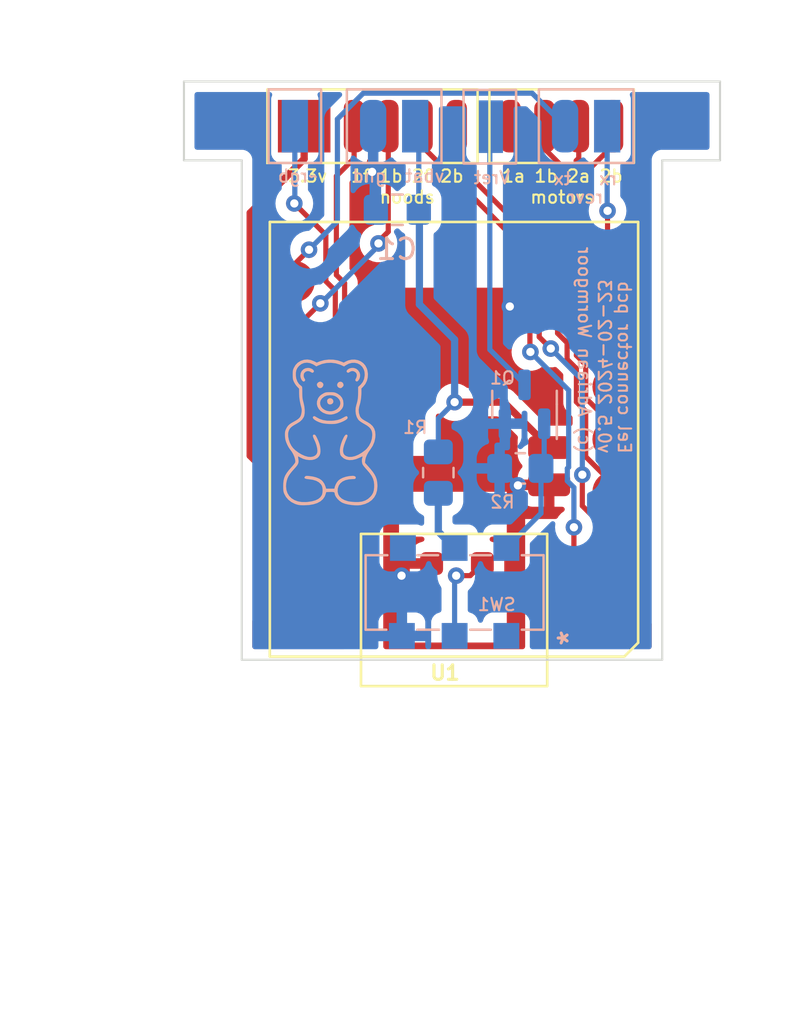
<source format=kicad_pcb>
(kicad_pcb (version 20211014) (generator pcbnew)
  (title_block (comment 4 "AISLER Project ID: EORBQBEY"))
  (layers (0 "F.Cu" signal) (31 "B.Cu" signal) (34 "B.Paste" user) (35 "F.Paste" user) (36 "B.SilkS" user "B.Silkscreen") (37 "F.SilkS" user "F.Silkscreen") (38 "B.Mask" user) (39 "F.Mask" user) (44 "Edge.Cuts" user))
  (net 0 "")
  (net 1 "GND")
  (net 2 "V_RET")
  (net 3 "EN")
  (net 4 "+BATT")
  (net 5 "NEOPIXEL_DATA")
  (net 7 "motor2_2")
  (net 8 "motor2_1")
  (net 9 "motor1_2")
  (net 10 "motor1_1")
  (net 11 "XIAO_TX")
  (net 12 "XIAO_RX")
  (net 13 "nood1_2_sig")
  (net 14 "nood1_1_sig")
  (net 15 "nood2_2_sig")
  (net 16 "nood2_1_sig")
  (net 17 "+3V3")
  (net 18 "Net-(R1-Pad2)")
  (net 21 "Net-(R2-Pad2)")
  (footprint "xiao esp32c3:MOUDLE14P-SMD-2.54-21X17.8MM" (layer "F.Cu") (at 103.866 88.0677 180)
    (fp_text reference "U1" (at 9.3345 -21.7805 180) (layer "F.SilkS") (effects (font (size 0.7 0.7))))
    (fp_text value "XIAO-ESP32C3")
    (fp_line (start 0.671541 -21) (end 0 -20.3285) (layer "F.SilkS") (width 0.127))
    (fp_line (start 0 -20.3285) (end 0 0) (layer "F.SilkS") (width 0.127))
    (fp_line (start 4.4 -22.424) (end 13.395 -22.424) (layer "F.SilkS") (width 0.127))
    (fp_line (start 13.395 -22.424) (end 13.395 -15.072) (layer "F.SilkS") (width 0.127))
    (fp_line (start 17.8 -21) (end 0.671541 -21) (layer "F.SilkS") (width 0.127))
    (fp_line (start 4.396 -15.072) (end 4.396 -22.425) (layer "F.SilkS") (width 0.127))
    (fp_line (start 13.395 -15.072) (end 4.396 -15.072) (layer "F.SilkS") (width 0.127))
    (fp_line (start 17.8 0) (end 17.8 -21) (layer "F.SilkS") (width 0.127))
    (fp_line (start 0 0) (end 17.8 0) (layer "F.SilkS") (width 0.127))
    (pad "1" smd roundrect (at 0.835 -18.12 180) (size 2.75 2) (layers "F.Cu" "F.Paste" "F.Mask") (roundrect_rratio 0.5) (net 13 "nood1_2_sig"))
    (pad "2" smd roundrect (at 0.835 -15.58 180) (size 2.75 2) (layers "F.Cu" "F.Paste" "F.Mask") (roundrect_rratio 0.5) (net 14 "nood1_1_sig"))
    (pad "3" smd roundrect (at 0.835 -13.04 180) (size 2.75 2) (layers "F.Cu" "F.Paste" "F.Mask") (roundrect_rratio 0.5) (net 7 "motor2_2"))
    (pad "4" smd roundrect (at 0.835 -10.5 180) (size 2.75 2) (layers "F.Cu" "F.Paste" "F.Mask") (roundrect_rratio 0.5) (net 8 "motor2_1"))
    (pad "5" smd roundrect (at 0.835 -7.96 180) (size 2.75 2) (layers "F.Cu" "F.Paste" "F.Mask") (roundrect_rratio 0.5) (net 9 "motor1_2"))
    (pad "6" smd roundrect (at 0.835 -5.42 180) (size 2.75 2) (layers "F.Cu" "F.Paste" "F.Mask") (roundrect_rratio 0.5) (net 10 "motor1_1"))
    (pad "7" smd roundrect (at 0.835 -2.88 180) (size 2.75 2) (layers "F.Cu" "F.Paste" "F.Mask") (roundrect_rratio 0.5) (net 11 "XIAO_TX"))
    (pad "8" smd roundrect (at 17 -2.88 180) (size 2.75 2) (layers "F.Cu" "F.Paste" "F.Mask") (roundrect_rratio 0.5) (net 12 "XIAO_RX"))
    (pad "9" smd roundrect (at 17 -5.42 180) (size 2.75 2) (layers "F.Cu" "F.Paste" "F.Mask") (roundrect_rratio 0.5) (net 16 "nood2_1_sig"))
    (pad "10" smd roundrect (at 17 -7.96 180) (size 2.75 2) (layers "F.Cu" "F.Paste" "F.Mask") (roundrect_rratio 0.5) (net 5 "NEOPIXEL_DATA"))
    (pad "11" smd roundrect (at 17 -10.5 180) (size 2.75 2) (layers "F.Cu" "F.Paste" "F.Mask") (roundrect_rratio 0.5) (net 15 "nood2_2_sig"))
    (pad "12" smd roundrect (at 17 -13.04 180) (size 2.75 2) (layers "F.Cu" "F.Paste" "F.Mask") (roundrect_rratio 0.5) (net 17 "+3V3"))
    (pad "13" smd roundrect (at 17 -15.58 180) (size 2.75 2) (layers "F.Cu" "F.Paste" "F.Mask") (roundrect_rratio 0.5) (net 1 "GND"))
    (pad "14" smd roundrect (at 17 -18.12 180) (size 2.75 2) (layers "F.Cu" "F.Paste" "F.Mask") (roundrect_rratio 0.5))
    (pad "15" smd roundrect (at 4.3 -10.9 180) (size 2.032 1.1016) (layers "F.Cu" "F.Paste" "F.Mask") (roundrect_rratio 0.230573711) (net 4 "+BATT"))
    (pad "16" smd roundrect (at 4.3 -12.7 180) (size 2.032 1.1016) (layers "F.Cu" "F.Paste" "F.Mask") (roundrect_rratio 0.230573711) (net 1 "GND"))
    (pad "17" smd roundrect (at 9.9792 -16.5 180) (size 1.1016 1.1016) (layers "F.Cu" "F.Paste" "F.Mask") (roundrect_rratio 0.230573711) (net 1 "GND"))
    (pad "18" smd roundrect (at 7.5292 -16.5 180) (size 1.1016 1.1016) (layers "F.Cu" "F.Paste" "F.Mask") (roundrect_rratio 0.230573711) (net 3 "EN"))
    (zone (net 0) (net_name "") (layer "F.Cu") (connect_pads (clearance 0)) (min_thickness 0.01)
      (keepout (tracks not_allowed) (vias not_allowed) (pads not_allowed) (copperpour not_allowed) (footprints allowed))
      (fill (thermal_gap 0.508) (thermal_bridge_width 0.508))
      (polygon (pts (xy 94.087 99.3707) (xy 91.039 99.3707) (xy 91.039 96.3227) (xy 94.087 96.3227)))
    )
    (zone (net 0) (net_name "") (layer "F.Cu") (connect_pads (clearance 0)) (min_thickness 0.01)
      (keepout (tracks not_allowed) (vias not_allowed) (pads not_allowed) (copperpour not_allowed) (footprints allowed))
      (fill (thermal_gap 0.508) (thermal_bridge_width 0.508))
      (polygon (pts (xy 91.547 109.1497) (xy 89.769 109.1497) (xy 89.769 106.4827) (xy 91.547 106.4827)))
    )
    (zone (net 0) (net_name "") (layer "F.Cu") (connect_pads (clearance 0)) (min_thickness 0.01)
      (keepout (tracks not_allowed) (vias not_allowed) (pads not_allowed) (copperpour not_allowed) (footprints allowed))
      (fill (thermal_gap 0.508) (thermal_bridge_width 0.508))
      (polygon (pts (xy 100.183 109.1497) (xy 98.405 109.1497) (xy 98.405 106.4827) (xy 100.183 106.4827)))
    )
    (zone (net 0) (net_name "") (layer "F.Cu") (connect_pads (clearance 0)) (min_thickness 0.01)
      (keepout (tracks not_allowed) (vias not_allowed) (pads not_allowed) (copperpour not_allowed) (footprints allowed))
      (fill (thermal_gap 0.508) (thermal_bridge_width 0.508))
      (polygon (pts (xy 97.516 108.3877) (xy 92.309 108.3877) (xy 92.309 105.8057) (xy 97.516 105.8057)))
    )
    (zone (net 0) (net_name "") (layer "F.Cu") (connect_pads (clearance 0)) (min_thickness 0.01)
      (keepout (tracks not_allowed) (vias not_allowed) (pads not_allowed) (copperpour not_allowed) (footprints allowed))
      (fill (thermal_gap 0.508) (thermal_bridge_width 0.508))
      (polygon (pts (xy 91.547 105.0857) (xy 89.769 105.0857) (xy 89.769 102.4187) (xy 91.547 102.4187)))
    )
    (zone (net 0) (net_name "") (layer "F.Cu") (connect_pads (clearance 0)) (min_thickness 0.01)
      (keepout (tracks not_allowed) (vias not_allowed) (pads not_allowed) (copperpour not_allowed) (footprints allowed))
      (fill (thermal_gap 0.508) (thermal_bridge_width 0.508))
      (polygon (pts (xy 97.516 91.2427) (xy 91.801 91.2427) (xy 91.801 88.7027) (xy 97.516 88.7027)))
    )
    (zone (net 0) (net_name "") (layer "F.Cu") (connect_pads (clearance 0)) (min_thickness 0.01)
      (keepout (tracks not_allowed) (vias not_allowed) (pads not_allowed) (copperpour not_allowed) (footprints allowed))
      (fill (thermal_gap 0.508) (thermal_bridge_width 0.508))
      (polygon (pts (xy 100.183 105.0857) (xy 98.405 105.0857) (xy 98.405 102.4187) (xy 100.183 102.4187)))
    )
    (zone (net 0) (net_name "") (layer "F.Cu") (connect_pads (clearance 0)) (min_thickness 0.01)
      (keepout (tracks not_allowed) (vias not_allowed) (pads not_allowed) (copperpour not_allowed) (footprints allowed))
      (fill (thermal_gap 0.508) (thermal_bridge_width 0.508))
      (polygon (pts (xy 97.516 103.2697) (xy 92.309 103.2697) (xy 92.309 101.1027) (xy 97.516 101.1027)))
    )
  )
  (footprint "haribo_kimchi_boards:smd_solder_pads_1x04" (layer "F.Cu") (at 94.9005 83.439 90)
    (fp_text reference "J2" hide)
    (fp_text value "motor driver")
    (fp_rect (start -1.778 1.778) (end 1.778 8.763) (layer "F.SilkS") (width 0.12) (fill none))
    (pad "1" smd roundrect (at 0 2.794 90) (size 2.54 1) (layers "F.Cu" "F.Paste" "F.Mask") (roundrect_rratio 0.3937007874) (net 7 "motor2_2"))
    (pad "2" smd roundrect (at 0 4.445 90) (size 2.54 1) (layers "F.Cu" "F.Paste" "F.Mask") (roundrect_rratio 0.3937007874) (net 8 "motor2_1"))
    (pad "3" smd roundrect (at 0 6.096 90) (size 2.54 1) (layers "F.Cu" "F.Paste" "F.Mask") (roundrect_rratio 0.3937007874) (net 9 "motor1_2"))
    (pad "4" smd roundrect (at 0 7.747 90) (size 2.54 1) (layers "F.Cu" "F.Paste" "F.Mask") (roundrect_rratio 0.3937007874) (net 10 "motor1_1"))
  )
  (footprint "haribo_kimchi_boards:smd_solder_pads_1x05_n00ds_v3_smaller" (layer "F.Cu") (at 84.169 83.439 90)
    (fp_text reference "J6" hide)
    (fp_text value "n00ds")
    (fp_rect (start -1.778 1.778) (end 1.778 11.938) (layer "F.SilkS") (width 0.12) (fill none))
    (pad "1" smd rect (at 0 3.556 270) (size 2.54 2.54) (layers "F.Cu" "F.Paste" "F.Mask") (net 17 "+3V3"))
    (pad "2" smd roundrect (at 0 5.969 90) (size 2.54 1) (layers "F.Cu" "F.Paste" "F.Mask") (roundrect_rratio 0.3937007874) (net 15 "nood2_2_sig"))
    (pad "3" smd roundrect (at 0 7.62 90) (size 2.54 1) (layers "F.Cu" "F.Paste" "F.Mask") (roundrect_rratio 0.3937007874) (net 16 "nood2_1_sig"))
    (pad "4" smd roundrect (at 0 9.271 90) (size 2.54 1) (layers "F.Cu" "F.Paste" "F.Mask") (roundrect_rratio 0.3937007874) (net 13 "nood1_2_sig"))
    (pad "5" smd roundrect (at 0 10.922 90) (size 2.54 1) (layers "F.Cu" "F.Paste" "F.Mask") (roundrect_rratio 0.3937007874) (net 14 "nood1_1_sig"))
  )
  (footprint "Package_TO_SOT_SMD:SOT-23" (layer "B.Cu") (at 98.3742 96.8756 90)
    (fp_text reference "Q1" (at 1.27 -1.0668 180) (layer "B.SilkS") (effects (font (size 0.6 0.6) (thickness 0.1)) (justify mirror)))
    (fp_text value "BC817")
    (fp_line (start 0 -1.56) (end -0.65 -1.56) (layer "B.SilkS") (width 0.12))
    (fp_line (start 0 1.56) (end 0.65 1.56) (layer "B.SilkS") (width 0.12))
    (fp_line (start 0 1.56) (end -1.675 1.56) (layer "B.SilkS") (width 0.12))
    (fp_line (start 0 -1.56) (end 0.65 -1.56) (layer "B.SilkS") (width 0.12))
    (pad "1" smd roundrect (at -0.9375 0.95 90) (size 1.475 0.6) (layers "B.Cu" "B.Paste" "B.Mask") (net 21 "Net-(R2-Pad2)"))
    (pad "2" smd roundrect (at -0.9375 -0.95 90) (size 1.475 0.6) (layers "B.Cu" "B.Paste" "B.Mask") (net 1 "GND"))
    (pad "3" smd roundrect (at 0.9375 0 90) (size 1.475 0.6) (layers "B.Cu" "B.Paste" "B.Mask") (net 2 "V_RET"))
  )
  (footprint "haribo_kimchi_boards:smd_solder_pads_1x01_2.54mm" (layer "B.Cu") (at 94.6658 83.4644 -90)
    (fp_text reference "J4" hide)
    (fp_text value "V_RET")
    (fp_rect (start -1.778 -0.762) (end 1.778 -3.302) (layer "B.SilkS") (width 0.12) (fill none))
    (pad "1" smd rect (at 0 -2.032 270) (size 2.54 1.27) (layers "B.Cu" "B.Paste" "B.Mask") (net 2 "V_RET"))
  )
  (footprint "haribo_kimchi_boards:smd_solder_pads_1x02_2.54mm" (layer "B.Cu") (at 95.123 83.439 90)
    (fp_text reference "J1" hide)
    (fp_text value "Conn_01x02_Female")
    (fp_rect (start -1.778 -0.762) (end 1.778 -5.334) (layer "B.SilkS") (width 0.12) (fill none))
    (pad "1" smd rect (at 0 -2.032 90) (size 2.54 1.27) (layers "B.Cu" "B.Paste" "B.Mask") (net 4 "+BATT"))
    (pad "2" smd roundrect (at 0 -4.064 90) (size 2.54 1.27) (layers "B.Cu" "B.Paste" "B.Mask") (roundrect_rratio 0.3937007874) (net 1 "GND"))
  )
  (footprint "Resistor_SMD:R_0805_2012Metric_Pad1.20x1.40mm_HandSolder" (layer "B.Cu") (at 94.2086 100.1776 -90)
    (fp_text reference "R1" (at -2.1844 1.1176 -180) (layer "B.SilkS") (effects (font (size 0.6 0.6) (thickness 0.1)) (justify mirror)))
    (fp_text value "330")
    (fp_line (start -0.227064 0.735) (end 0.227064 0.735) (layer "B.SilkS") (width 0.12))
    (fp_line (start -0.227064 -0.735) (end 0.227064 -0.735) (layer "B.SilkS") (width 0.12))
    (pad "1" smd roundrect (at -1 0 270) (size 1.2 1.4) (layers "B.Cu" "B.Paste" "B.Mask") (roundrect_rratio 0.208333) (net 4 "+BATT"))
    (pad "2" smd roundrect (at 1 0 270) (size 1.2 1.4) (layers "B.Cu" "B.Paste" "B.Mask") (roundrect_rratio 0.208333) (net 18 "Net-(R1-Pad2)"))
  )
  (footprint "haribo_kimchi_boards:smd_solder_pads_1x02_2.54mm" (layer "B.Cu") (at 104.4006 83.439 90)
    (fp_text reference "J3" hide)
    (fp_text value "ELRS RX")
    (fp_rect (start -1.778 -0.762) (end 1.778 -5.334) (layer "B.SilkS") (width 0.12) (fill none))
    (pad "1" smd rect (at 0 -2.032 90) (size 2.54 1.27) (layers "B.Cu" "B.Paste" "B.Mask") (net 11 "XIAO_TX"))
    (pad "2" smd roundrect (at 0 -4.064 90) (size 2.54 1.27) (layers "B.Cu" "B.Paste" "B.Mask") (roundrect_rratio 0.3937007874) (net 12 "XIAO_RX"))
  )
  (footprint "haribo_kimchi_extra_footprints:Nidec_2x03_dpdt_CL-SB-22B-11" (layer "B.Cu") (at 94.996 105.918 90)
    (fp_text reference "SW1" (at -0.635 2.032 unlocked) (layer "B.SilkS") (effects (font (size 0.6 0.6) (thickness 0.1)) (justify mirror)))
    (fp_text value "SW_Push_DPDT")
    (fp_text user "*" (at -2.25 5.55 90) (layer "B.SilkS") (effects (justify mirror)))
    (fp_line (start 1.75 1.75) (end 1.75 0.75) (layer "B.SilkS") (width 0.12))
    (fp_line (start -1.85 -3.3) (end -1.85 -4.3) (layer "B.SilkS") (width 0.12))
    (fp_line (start 1.75 -4.3) (end 1.75 -3.25) (layer "B.SilkS") (width 0.12))
    (fp_line (start -1.85 -4.3) (end 1.75 -4.3) (layer "B.SilkS") (width 0.12))
    (fp_line (start -1.85 4.3) (end -1.85 3.25) (layer "B.SilkS") (width 0.12))
    (fp_line (start -1.85 -0.75) (end -1.85 -1.8) (layer "B.SilkS") (width 0.12))
    (fp_line (start -1.85 1.75) (end -1.85 0.75) (layer "B.SilkS") (width 0.12))
    (fp_line (start 1.75 4.3) (end 1.75 3.25) (layer "B.SilkS") (width 0.12))
    (fp_line (start 1.75 -0.8) (end 1.75 -1.8) (layer "B.SilkS") (width 0.12))
    (fp_line (start -1.85 4.3) (end 1.75 4.3) (layer "B.SilkS") (width 0.12))
    (pad "1" smd rect (at -2.15 2.5 90) (size 1.25 1.25) (layers "B.Cu" "B.Paste" "B.Mask"))
    (pad "2" smd rect (at -2.15 0 90) (size 1.25 1.25) (layers "B.Cu" "B.Paste" "B.Mask") (net 3 "EN"))
    (pad "3" smd rect (at -2.15 -2.55 90) (size 1.25 1.25) (layers "B.Cu" "B.Paste" "B.Mask") (net 1 "GND"))
    (pad "4" smd rect (at 2.1 2.5 90) (size 1.25 1.25) (layers "B.Cu" "B.Paste" "B.Mask") (net 21 "Net-(R2-Pad2)"))
    (pad "5" smd rect (at 2.1 0 90) (size 1.25 1.25) (layers "B.Cu" "B.Paste" "B.Mask") (net 18 "Net-(R1-Pad2)"))
    (pad "6" smd rect (at 2.1 -2.5 90) (size 1.25 1.25) (layers "B.Cu" "B.Paste" "B.Mask"))
  )
  (footprint "Capacitor_SMD:C_0805_2012Metric_Pad1.18x1.45mm_HandSolder" (layer "B.Cu") (at 92.2274 87.4776 180)
    (fp_text reference "C1" (at 0.0215 -1.905) (layer "B.SilkS") (effects (justify mirror)))
    (fp_text value "C")
    (fp_line (start -0.261252 0.735) (end 0.261252 0.735) (layer "B.SilkS") (width 0.12))
    (fp_line (start -0.261252 -0.735) (end 0.261252 -0.735) (layer "B.SilkS") (width 0.12))
    (pad "1" smd roundrect (at -1.0375 0 180) (size 1.175 1.45) (layers "B.Cu" "B.Paste" "B.Mask") (roundrect_rratio 0.212766) (net 4 "+BATT"))
    (pad "2" smd roundrect (at 1.0375 0 180) (size 1.175 1.45) (layers "B.Cu" "B.Paste" "B.Mask") (roundrect_rratio 0.212766) (net 1 "GND"))
  )
  (footprint "haribo_kimchi_pcbgfx:haribo_outline_bw_8mm" (layer "B.Cu") (at 88.9762 98.1964 180)
    (fp_text reference "G***" hide)
    (fp_text value "LOGO" hide)
    (fp_poly (pts (xy 1.188742 3.06034) (xy 1.290328 3.008767) (xy 1.368401 2.929057) (xy 1.418611 2.825673) (xy 1.436604 2.703073) (xy 1.436607 2.70152) (xy 1.426055 2.62076) (xy 1.398392 2.540214) (xy 1.359606 2.473357) (xy 1.318136 2.434917) (xy 1.284215 2.418261) (xy 1.261747 2.419579) (xy 1.23209 2.435848) (xy 1.201517 2.472368) (xy 1.206717 2.523583) (xy 1.237078 2.57392) (xy 1.266933 2.638833) (xy 1.275789 2.718559) (xy 1.263005 2.794538) (xy 1.245843 2.828982) (xy 1.17949 2.893115) (xy 1.098859 2.922692) (xy 1.011193 2.916764) (xy 0.923733 2.87438) (xy 0.920043 2.871692) (xy 0.87512 2.844573) (xy 0.840437 2.843324) (xy 0.820461 2.851979) (xy 0.783186 2.886741) (xy 0.778999 2.928503) (xy 0.802823 2.972602) (xy 0.849583 3.014377) (xy 0.914202 3.049165) (xy 0.991604 3.072305) (xy 1.067996 3.079318)) (layer "B.SilkS") (width 0) (fill solid))
    (fp_poly (pts (xy -0.43416 2.39844) (xy -0.388174 2.365322) (xy -0.347627 2.30124) (xy -0.341306 2.232898) (xy -0.366063 2.170028) (xy -0.418751 2.122363) (xy -0.473081 2.102753) (xy -0.51955 2.099632) (xy -0.558287 2.116218) (xy -0.600121 2.153375) (xy -0.640034 2.199241) (xy -0.654333 2.238011) (xy -0.650742 2.280415) (xy -0.620335 2.351516) (xy -0.567614 2.396986) (xy -0.502312 2.413676)) (layer "B.SilkS") (width 0) (fill solid))
    (fp_poly (pts (xy 0.098165 1.904293) (xy 0.167792 1.899946) (xy 0.220229 1.890357) (xy 0.266822 1.873569) (xy 0.311413 1.851594) (xy 0.421648 1.785712) (xy 0.502208 1.716996) (xy 0.56282 1.636281) (xy 0.587058 1.591844) (xy 0.630994 1.463324) (xy 0.637878 1.335014) (xy 0.61032 1.211505) (xy 0.550933 1.097391) (xy 0.462327 0.997265) (xy 0.347115 0.915721) (xy 0.207908 0.857352) (xy 0.162565 0.845213) (xy 0.043589 0.824087) (xy -0.061404 0.823363) (xy -0.17286 0.84327) (xy -0.19559 0.84917) (xy -0.350515 0.907215) (xy -0.475501 0.990533) (xy -0.572679 1.100649) (xy -0.593862 1.134211) (xy -0.625094 1.195071) (xy -0.641784 1.253593) (xy -0.648001 1.327109) (xy -0.648468 1.366771) (xy -0.648427 1.36711) (xy -0.497567 1.36711) (xy -0.480556 1.27728) (xy -0.438211 1.193459) (xy -0.374002 1.118999) (xy -0.2914 1.057252) (xy -0.193874 1.011571) (xy -0.084895 0.985307) (xy 0.032068 0.981814) (xy 0.153545 1.004442) (xy 0.253551 1.044568) (xy 0.356494 1.114563) (xy 0.429589 1.201491) (xy 0.471399 1.299221) (xy 0.480491 1.401622) (xy 0.455427 1.502566) (xy 0.394773 1.595921) (xy 0.385078 1.606278) (xy 0.278782 1.691383) (xy 0.157309 1.74141) (xy 0.015807 1.75833) (xy 0.010757 1.758346) (xy -0.126604 1.748535) (xy -0.238685 1.716958) (xy -0.335537 1.660398) (xy -0.361899 1.639131) (xy -0.441709 1.551388) (xy -0.485775 1.459597) (xy -0.497567 1.36711) (xy -0.648427 1.36711) (xy -0.631169 1.510164) (xy -0.579068 1.634465) (xy -0.491858 1.740127) (xy -0.369234 1.827604) (xy -0.319246 1.853366) (xy -0.263552 1.877608) (xy -0.211992 1.892985) (xy -0.152685 1.901431) (xy -0.07375 1.904881) (xy 0 1.905359)) (layer "B.SilkS") (width 0) (fill solid))
    (fp_poly (pts (xy 0.538783 2.399147) (xy 0.593523 2.361067) (xy 0.630289 2.311109) (xy 0.638492 2.276473) (xy 0.622971 2.204087) (xy 0.582647 2.143546) (xy 0.545565 2.117204) (xy 0.488426 2.098397) (xy 0.438354 2.10472) (xy 0.406322 2.118388) (xy 0.359741 2.159838) (xy 0.327816 2.223482) (xy 0.319246 2.276473) (xy 0.336792 2.328204) (xy 0.380895 2.375469) (xy 0.438754 2.407214) (xy 0.478869 2.414297)) (layer "B.SilkS") (width 0) (fill solid))
    (fp_poly (pts (xy 0.790902 0.741878) (xy 0.797131 0.738783) (xy 0.831747 0.704996) (xy 0.831373 0.662408) (xy 0.799207 0.613802) (xy 0.738447 0.561956) (xy 0.65229 0.509654) (xy 0.543935 0.459675) (xy 0.428987 0.418636) (xy 0.330233 0.395847) (xy 0.20484 0.3788) (xy 0.065752 0.368193) (xy -0.074085 0.364722) (xy -0.201727 0.369083) (xy -0.292861 0.379804) (xy -0.405175 0.406734) (xy -0.522545 0.446415) (xy -0.635249 0.494452) (xy -0.733562 0.54645) (xy -0.80776 0.598014) (xy -0.834973 0.624844) (xy -0.850925 0.670144) (xy -0.838693 0.717316) (xy -0.805484 0.746472) (xy -0.772686 0.742634) (xy -0.717948 0.719926) (xy -0.659028 0.687121) (xy -0.515774 0.61231) (xy -0.363906 0.561807) (xy -0.192691 0.532592) (xy -0.079811 0.52419) (xy 0.143237 0.527178) (xy 0.341719 0.558764) (xy 0.519896 0.619955) (xy 0.66455 0.699932) (xy 0.722035 0.734794) (xy 0.760299 0.747646)) (layer "B.SilkS") (width 0) (fill solid))
    (fp_poly (pts (xy -1.003987 3.071501) (xy -0.92838 3.047139) (xy -0.865397 3.011493) (xy -0.820213 2.969288) (xy -0.798006 2.925252) (xy -0.803952 2.884109) (xy -0.838547 2.852978) (xy -0.87627 2.84288) (xy -0.917645 2.859149) (xy -0.933323 2.869611) (xy -1.012489 2.913771) (xy -1.084665 2.925649) (xy -1.147291 2.913118) (xy -1.227723 2.868902) (xy -1.277496 2.802919) (xy -1.29483 2.720942) (xy -1.277946 2.628745) (xy -1.252042 2.573331) (xy -1.224868 2.517999) (xy -1.220408 2.481011) (xy -1.22924 2.459637) (xy -1.268948 2.423287) (xy -1.316334 2.425364) (xy -1.357317 2.454725) (xy -1.41586 2.538887) (xy -1.448892 2.641372) (xy -1.45421 2.748862) (xy -1.429607 2.848045) (xy -1.424296 2.859239) (xy -1.353074 2.965832) (xy -1.264242 3.036959) (xy -1.156017 3.073787) (xy -1.08704 3.079853)) (layer "B.SilkS") (width 0) (fill solid))
    (fp_poly (pts (xy 0.059433 1.601328) (xy 0.111761 1.563633) (xy 0.1402 1.5134) (xy 0.141968 1.501453) (xy 0.134149 1.411583) (xy 0.10011 1.348012) (xy 0.044088 1.31413) (xy -0.029678 1.313329) (xy -0.07514 1.327736) (xy -0.130995 1.368491) (xy -0.158018 1.424699) (xy -0.15855 1.486904) (xy -0.134934 1.545646) (xy -0.089513 1.591469) (xy -0.024628 1.614915) (xy -0.003702 1.616182)) (layer "B.SilkS") (width 0) (fill solid))
    (fp_poly (pts (xy 1.256747 3.471722) (xy 1.417156 3.418721) (xy 1.428864 3.413216) (xy 1.562961 3.329183) (xy 1.670021 3.217605) (xy 1.749821 3.082718) (xy 1.774997 3.025167) (xy 1.791223 2.974451) (xy 1.800386 2.918987) (xy 1.804372 2.847195) (xy 1.805068 2.74749) (xy 1.805056 2.743519) (xy 1.803862 2.643158) (xy 1.799615 2.570812) (xy 1.790222 2.514603) (xy 1.773593 2.462652) (xy 1.747633 2.403079) (xy 1.743552 2.394344) (xy 1.6964 2.309933) (xy 1.636546 2.224109) (xy 1.589596 2.169109) (xy 1.496465 2.073567) (xy 1.496203 1.849863) (xy 1.488563 1.672361) (xy 1.464849 1.491127) (xy 1.423237 1.294526) (xy 1.388597 1.163194) (xy 1.371892 1.081521) (xy 1.370479 0.99858) (xy 1.378201 0.9276) (xy 1.397745 0.825646) (xy 1.427816 0.743114) (xy 1.473961 0.67334) (xy 1.541726 0.609659) (xy 1.636656 0.545406) (xy 1.748903 0.482116) (xy 1.867146 0.415138) (xy 1.955593 0.354811) (xy 2.021955 0.294158) (xy 2.073943 0.226205) (xy 2.116575 0.14948) (xy 2.151345 0.072179) (xy 2.170891 0.005727) (xy 2.179511 -0.068708) (xy 2.181333 -0.134138) (xy 2.178474 -0.228091) (xy 2.169509 -0.323886) (xy 2.156729 -0.399057) (xy 2.1205 -0.515104) (xy 2.06754 -0.639538) (xy 2.005038 -0.757653) (xy 1.940185 -0.854739) (xy 1.924694 -0.873713) (xy 1.848894 -0.975373) (xy 1.782957 -1.089271) (xy 1.730314 -1.20673) (xy 1.694392 -1.319069) (xy 1.678621 -1.41761) (xy 1.683602 -1.483969) (xy 1.701185 -1.516262) (xy 1.740674 -1.57036) (xy 1.796494 -1.639133) (xy 1.86307 -1.715451) (xy 1.873964 -1.727465) (xy 1.998895 -1.870753) (xy 2.09521 -1.997891) (xy 2.166251 -2.116629) (xy 2.215358 -2.23472) (xy 2.245874 -2.359913) (xy 2.261138 -2.49996) (xy 2.264619 -2.633778) (xy 2.263598 -2.745263) (xy 2.259687 -2.827257) (xy 2.251565 -2.890141) (xy 2.23791 -2.944301) (xy 2.218276 -2.99796) (xy 2.133802 -3.155067) (xy 2.016993 -3.29176) (xy 1.871529 -3.404806) (xy 1.701093 -3.490973) (xy 1.626987 -3.517116) (xy 1.551 -3.537956) (xy 1.475435 -3.551157) (xy 1.387783 -3.558142) (xy 1.275535 -3.560331) (xy 1.247054 -3.560313) (xy 1.008885 -3.547693) (xy 0.798912 -3.511762) (xy 0.618227 -3.453066) (xy 0.467921 -3.372154) (xy 0.349083 -3.269572) (xy 0.262806 -3.145869) (xy 0.221983 -3.045746) (xy 0.184392 -2.923095) (xy 0.027416 -2.917179) (xy -0.078216 -2.915173) (xy -0.149985 -2.919484) (xy -0.193634 -2.931533) (xy -0.214904 -2.952743) (xy -0.219676 -2.978346) (xy -0.237281 -3.063861) (xy -0.285169 -3.157578) (xy -0.356987 -3.25188) (xy -0.446382 -3.33915) (xy -0.547001 -3.411771) (xy -0.608364 -3.444345) (xy -0.72879 -3.487781) (xy -0.876198 -3.522952) (xy -1.038244 -3.54837) (xy -1.202584 -3.562548) (xy -1.356873 -3.563999) (xy -1.488769 -3.551237) (xy -1.49153 -3.550748) (xy -1.694943 -3.497453) (xy -1.870735 -3.416284) (xy -2.017656 -3.308782) (xy -2.134455 -3.17649) (xy -2.219884 -3.020949) (xy -2.27269 -2.8437) (xy -2.291626 -2.646285) (xy -2.289688 -2.566438) (xy -2.289031 -2.559449) (xy -2.132107 -2.559449) (xy -2.130875 -2.692666) (xy -2.114959 -2.836071) (xy -2.080173 -2.954102) (xy -2.021807 -3.058692) (xy -1.953318 -3.142503) (xy -1.833284 -3.251106) (xy -1.69909 -3.329545) (xy -1.546076 -3.379442) (xy -1.369584 -3.402422) (xy -1.207148 -3.402462) (xy -1.101235 -3.395271) (xy -0.994926 -3.3841) (xy -0.90371 -3.370748) (xy -0.862579 -3.362417) (xy -0.697267 -3.308356) (xy -0.563877 -3.233919) (xy -0.463545 -3.140563) (xy -0.397405 -3.02974) (xy -0.366594 -2.902907) (xy -0.372247 -2.761516) (xy -0.376235 -2.739521) (xy -0.421367 -2.60686) (xy -0.498778 -2.496404) (xy -0.606997 -2.409068) (xy -0.74455 -2.345768) (xy -0.909966 -2.307417) (xy -1.091717 -2.294926) (xy -1.164428 -2.292323) (xy -1.207447 -2.283291) (xy -1.2308 -2.265238) (xy -1.235427 -2.257759) (xy -1.244561 -2.208382) (xy -1.219318 -2.168383) (xy -1.164966 -2.142566) (xy -1.101264 -2.135352) (xy -0.928744 -2.147499) (xy -0.762258 -2.180643) (xy -0.610376 -2.232022) (xy -0.481669 -2.298875) (xy -0.402264 -2.360571) (xy -0.334611 -2.442497) (xy -0.27462 -2.545721) (xy -0.232465 -2.651715) (xy -0.223972 -2.685242) (xy -0.209101 -2.756821) (xy 0.189151 -2.756821) (xy 0.222427 -2.644728) (xy 0.275885 -2.518701) (xy 0.354118 -2.404627) (xy 0.408531 -2.348965) (xy 0.518026 -2.275035) (xy 0.659549 -2.214849) (xy 0.826966 -2.170487) (xy 1.012303 -2.14419) (xy 1.094896 -2.138372) (xy 1.147828 -2.139171) (xy 1.180953 -2.14761) (xy 1.203468 -2.164056) (xy 1.236743 -2.208938) (xy 1.235689 -2.244262) (xy 1.198985 -2.271045) (xy 1.125308 -2.290299) (xy 1.023393 -2.302264) (xy 0.830075 -2.329945) (xy 0.668887 -2.379431) (xy 0.54034 -2.450462) (xy 0.444947 -2.542774) (xy 0.396377 -2.623802) (xy 0.370169 -2.714182) (xy 0.35973 -2.824345) (xy 0.36505 -2.937418) (xy 0.386117 -3.03653) (xy 0.396656 -3.063591) (xy 0.465353 -3.167608) (xy 0.568586 -3.252964) (xy 0.706575 -3.319755) (xy 0.879542 -3.36808) (xy 1.087707 -3.398035) (xy 1.167243 -3.404096) (xy 1.374067 -3.401451) (xy 1.5603 -3.368422) (xy 1.723814 -3.307033) (xy 1.862483 -3.219309) (xy 1.97418 -3.107276) (xy 2.05678 -2.972959) (xy 2.108156 -2.818383) (xy 2.126181 -2.645574) (xy 2.115888 -2.500605) (xy 2.09281 -2.376806) (xy 2.058526 -2.265722) (xy 2.008903 -2.159804) (xy 1.939807 -2.051504) (xy 1.847106 -1.933274) (xy 1.737196 -1.809) (xy 1.647808 -1.708191) (xy 1.584773 -1.626346) (xy 1.544785 -1.555726) (xy 1.524539 -1.488594) (xy 1.520728 -1.417216) (xy 1.530046 -1.333853) (xy 1.531188 -1.326866) (xy 1.540786 -1.262779) (xy 1.545717 -1.216756) (xy 1.545283 -1.200401) (xy 1.526397 -1.205594) (xy 1.484471 -1.226278) (xy 1.453138 -1.243795) (xy 1.306239 -1.313557) (xy 1.154292 -1.357753) (xy 1.003599 -1.376547) (xy 0.86046 -1.370102) (xy 0.731177 -1.338581) (xy 0.622051 -1.282149) (xy 0.554592 -1.220483) (xy 0.503228 -1.144714) (xy 0.473086 -1.059961) (xy 0.461742 -0.956215) (xy 0.464778 -0.849761) (xy 0.481165 -0.717276) (xy 0.51376 -0.586286) (xy 0.565907 -0.445899) (xy 0.633925 -0.299293) (xy 0.67361 -0.223333) (xy 0.704034 -0.176928) (xy 0.731223 -0.152771) (xy 0.761203 -0.143556) (xy 0.762501 -0.1434) (xy 0.809874 -0.151077) (xy 0.830725 -0.186564) (xy 0.824773 -0.247607) (xy 0.791737 -0.331949) (xy 0.787191 -0.341069) (xy 0.71313 -0.50367) (xy 0.658025 -0.659624) (xy 0.623476 -0.802577) (xy 0.611082 -0.92617) (xy 0.618887 -1.01004) (xy 0.656934 -1.094779) (xy 0.725611 -1.160434) (xy 0.819212 -1.204424) (xy 0.932033 -1.224167) (xy 1.058368 -1.217079) (xy 1.071298 -1.214837) (xy 1.218102 -1.173193) (xy 1.374336 -1.103415) (xy 1.52926 -1.011802) (xy 1.672135 -0.904656) (xy 1.785439 -0.795867) (xy 1.871344 -0.678872) (xy 1.941521 -0.540155) (xy 1.992741 -0.390324) (xy 2.021772 -0.239985) (xy 2.025386 -0.099745) (xy 2.016646 -0.036705) (xy 1.990569 0.054244) (xy 1.950099 0.131969) (xy 1.889996 0.201899) (xy 1.805015 0.269465) (xy 1.689915 0.340096) (xy 1.612462 0.381908) (xy 1.461476 0.476545) (xy 1.347552 0.583101) (xy 1.271274 0.700962) (xy 1.246808 0.766081) (xy 1.224784 0.892911) (xy 1.223067 1.044829) (xy 1.241116 1.212896) (xy 1.27839 1.388172) (xy 1.286205 1.416654) (xy 1.308776 1.501551) (xy 1.324147 1.576172) (xy 1.333683 1.652331) (xy 1.338748 1.741842) (xy 1.340708 1.856518) (xy 1.340871 1.889874) (xy 1.341457 2.001427) (xy 1.34308 2.079913) (xy 1.346857 2.132166) (xy 1.353907 2.165026) (xy 1.365348 2.185328) (xy 1.382299 2.199911) (xy 1.39273 2.206892) (xy 1.501373 2.301356) (xy 1.581908 2.422773) (xy 1.632935 2.568445) (xy 1.651897 2.706266) (xy 1.650631 2.852161) (xy 1.626994 2.972135) (xy 1.578008 3.075143) (xy 1.500693 3.170141) (xy 1.496043 3.174829) (xy 1.38205 3.262714) (xy 1.254279 3.314601) (xy 1.116582 3.330289) (xy 0.972816 3.309578) (xy 0.826834 3.252268) (xy 0.759289 3.213105) (xy 0.661352 3.150259) (xy 0.585075 3.189064) (xy 0.383442 3.269813) (xy 0.169821 3.315215) (xy -0.04901 3.325141) (xy -0.266269 3.299461) (xy -0.475179 3.238046) (xy -0.539722 3.210565) (xy -0.676486 3.147526) (xy -0.771826 3.210677) (xy -0.909433 3.282126) (xy -1.050715 3.319579) (xy -1.190075 3.323783) (xy -1.321918 3.295483) (xy -1.440648 3.235427) (xy -1.54067 3.144359) (xy -1.571017 3.104131) (xy -1.63115 2.997261) (xy -1.664282 2.887546) (xy -1.673719 2.761681) (xy -1.671371 2.700167) (xy -1.643299 2.538768) (xy -1.580471 2.396746) (xy -1.482283 2.27283) (xy -1.455554 2.247583) (xy -1.356795 2.15879) (xy -1.356795 1.911104) (xy -1.353386 1.742636) (xy -1.342012 1.601155) (xy -1.320953 1.47423) (xy -1.28849 1.349434) (xy -1.271796 1.296936) (xy -1.23765 1.147894) (xy -1.229874 0.99439) (xy -1.247078 0.84499) (xy -1.287871 0.708259) (xy -1.350862 0.592762) (xy -1.394433 0.541425) (xy -1.445764 0.498896) (xy -1.519972 0.447803) (xy -1.60399 0.396912) (xy -1.63642 0.379105) (xy -1.779704 0.295469) (xy -1.887473 0.213563) (xy -1.96352 0.12823) (xy -2.011637 0.034315) (xy -2.035617 -0.073338) (xy -2.040012 -0.169599) (xy -2.019554 -0.347531) (xy -1.964925 -0.522648) (xy -1.880385 -0.685866) (xy -1.770196 -0.828102) (xy -1.700051 -0.894225) (xy -1.533332 -1.01924) (xy -1.367953 -1.116118) (xy -1.207993 -1.183269) (xy -1.057529 -1.219105) (xy -0.92064 -1.222037) (xy -0.876648 -1.214987) (xy -0.771718 -1.179581) (xy -0.695484 -1.123658) (xy -0.647747 -1.045873) (xy -0.628307 -0.94488) (xy -0.636967 -0.819336) (xy -0.673528 -0.667895) (xy -0.73779 -0.489213) (xy -0.761104 -0.433221) (xy -0.803094 -0.332706) (xy -0.829808 -0.262057) (xy -0.843013 -0.215059) (xy -0.844479 -0.185495) (xy -0.836595 -0.167883) (xy -0.796643 -0.141088) (xy -0.7529 -0.153014) (xy -0.704875 -0.203961) (xy -0.66199 -0.275003) (xy -0.588175 -0.432321) (xy -0.530707 -0.591357) (xy -0.491543 -0.744173) (xy -0.472637 -0.88283) (xy -0.475945 -0.999389) (xy -0.479088 -1.017596) (xy -0.49007 -1.074393) (xy -0.496932 -1.113694) (xy -0.497953 -1.121654) (xy -0.510588 -1.143764) (xy -0.541784 -1.184085) (xy -0.563523 -1.209616) (xy -0.666289 -1.297566) (xy -0.790228 -1.353711) (xy -0.932232 -1.377916) (xy -1.089195 -1.370045) (xy -1.258011 -1.329963) (xy -1.435572 -1.257535) (xy -1.454003 -1.248349) (xy -1.511665 -1.221103) (xy -1.553603 -1.204975) (xy -1.568842 -1.20304) (xy -1.568714 -1.225657) (xy -1.556882 -1.265539) (xy -1.538781 -1.352368) (xy -1.539271 -1.453552) (xy -1.557286 -1.549105) (xy -1.574288 -1.592036) (xy -1.602171 -1.634768) (xy -1.651022 -1.698175) (xy -1.714238 -1.774083) (xy -1.785214 -1.85432) (xy -1.79371 -1.863602) (xy -1.91902 -2.010233) (xy -2.012395 -2.145464) (xy -2.076955 -2.276963) (xy -2.115819 -2.412402) (xy -2.132107 -2.559449) (xy -2.289031 -2.559449) (xy -2.27653 -2.426544) (xy -2.251342 -2.301828) (xy -2.210695 -2.185209) (xy -2.151161 -2.069606) (xy -2.069311 -1.947938) (xy -1.961718 -1.813124) (xy -1.878858 -1.7179) (xy -1.691258 -1.507355) (xy -1.700916 -1.387028) (xy -1.725846 -1.265563) (xy -1.780243 -1.129775) (xy -1.860413 -0.987536) (xy -1.942822 -0.87157) (xy -2.062677 -0.688827) (xy -2.143991 -0.496144) (xy -2.187107 -0.292543) (xy -2.194815 -0.156179) (xy -2.180408 0.005219) (xy -2.135747 0.144742) (xy -2.058674 0.26572) (xy -1.94703 0.37148) (xy -1.798657 0.465352) (xy -1.788232 0.470839) (xy -1.667034 0.537156) (xy -1.577269 0.594617) (xy -1.512924 0.648152) (xy -1.467982 0.70269) (xy -1.438959 0.757162) (xy -1.394872 0.903923) (xy -1.384083 1.055232) (xy -1.407143 1.199911) (xy -1.415877 1.227101) (xy -1.463562 1.397169) (xy -1.497271 1.591035) (xy -1.5148 1.794365) (xy -1.516819 1.883171) (xy -1.51722 2.085075) (xy -1.607425 2.174667) (xy -1.709556 2.303316) (xy -1.781763 2.453048) (xy -1.822755 2.617152) (xy -1.831243 2.788915) (xy -1.805938 2.961628) (xy -1.776717 3.055748) (xy -1.705164 3.193987) (xy -1.606267 3.307365) (xy -1.485189 3.394166) (xy -1.347095 3.452672) (xy -1.197149 3.481166) (xy -1.040515 3.477931) (xy -0.882358 3.44125) (xy -0.767148 3.391442) (xy -0.65856 3.334321) (xy -0.572454 3.372411) (xy -0.371504 3.440726) (xy -0.155324 3.477204) (xy 0.067111 3.481735) (xy 0.28683 3.45421) (xy 0.494859 3.394519) (xy 0.517391 3.385682) (xy 0.642913 3.334982) (xy 0.758554 3.393747) (xy 0.926082 3.459195) (xy 1.092601 3.4852)) (layer "B.SilkS") (width 0) (fill solid))
  )
  (footprint "haribo_kimchi_boards:smd_solder_pads_1x01_2.54mm" (layer "B.Cu") (at 85.2424 83.439 -90)
    (fp_text reference "J5" hide)
    (fp_text value "RGB_DATA")
    (fp_rect (start -1.778 -0.762) (end 1.778 -3.302) (layer "B.SilkS") (width 0.12) (fill none))
    (pad "1" smd rect (at 0 -2.032 270) (size 2.54 1.27) (layers "B.Cu" "B.Paste" "B.Mask") (net 5 "NEOPIXEL_DATA"))
  )
  (footprint "Resistor_SMD:R_0805_2012Metric_Pad1.20x1.40mm_HandSolder" (layer "B.Cu") (at 98.171 99.9744)
    (fp_text reference "R2" (at -0.8636 1.6256 180) (layer "B.SilkS") (effects (font (size 0.6 0.6) (thickness 0.1)) (justify mirror)))
    (fp_text value "330")
    (fp_line (start -0.227064 -0.735) (end 0.227064 -0.735) (layer "B.SilkS") (width 0.12))
    (fp_line (start -0.227064 0.735) (end 0.227064 0.735) (layer "B.SilkS") (width 0.12))
    (pad "1" smd roundrect (at -1 0) (size 1.2 1.4) (layers "B.Cu" "B.Paste" "B.Mask") (roundrect_rratio 0.208333) (net 1 "GND"))
    (pad "2" smd roundrect (at 1 0) (size 1.2 1.4) (layers "B.Cu" "B.Paste" "B.Mask") (roundrect_rratio 0.208333) (net 21 "Net-(R2-Pad2)"))
  )
  (gr_line (start 84.709 109.22) (end 105.029 109.22) (layer "Edge.Cuts") (width 0.1))
  (gr_line (start 107.823 85.09) (end 105.029 85.09) (layer "Edge.Cuts") (width 0.1))
  (gr_line (start 81.915 81.28) (end 81.915 85.09) (layer "Edge.Cuts") (width 0.1))
  (gr_line (start 107.823 81.28) (end 107.823 85.09) (layer "Edge.Cuts") (width 0.1))
  (gr_line (start 81.915 81.28) (end 107.823 81.28) (layer "Edge.Cuts") (width 0.1))
  (gr_line (start 105.029 109.22) (end 105.029 85.09) (layer "Edge.Cuts") (width 0.1))
  (gr_line (start 84.709 85.09) (end 84.709 109.22) (layer "Edge.Cuts") (width 0.1))
  (gr_line (start 81.915 85.09) (end 84.709 85.09) (layer "Edge.Cuts") (width 0.1))
  (gr_text "vbat  gnd" (at 92.2782 85.852) (layer "B.SilkS") (effects (font (size 0.6 0.6) (thickness 0.1)) (justify mirror)))
  (gr_text "~rgb" (at 87.4014 85.852) (layer "B.SilkS") (effects (font (size 0.6 0.6) (thickness 0.1)) (justify mirror)))
  (gr_text "Vret" (at 96.7994 85.9282) (layer "B.SilkS") (effects (font (size 0.6 0.6) (thickness 0.1)) (justify mirror)))
  (gr_text "rcvr" (at 101.3206 86.868) (layer "B.SilkS") (effects (font (size 0.6 0.6) (thickness 0.1)) (justify mirror)))
  (gr_text "rx   tx" (at 101.3206 85.979) (layer "B.SilkS") (effects (font (size 0.6 0.6) (thickness 0.1)) (justify mirror)))
  (gr_text "Eel connector pcb\nv0.5 2024-02-23\n(c) Adriaan Wormgoor" (at 102.235 99.314 270) (layer "B.SilkS") (effects (font (size 0.6 0.6) (thickness 0.1)) (justify left mirror)))
  (gr_text "1a 1b 2a 2b" (at 100.203 85.852) (layer "F.SilkS") (effects (font (size 0.6 0.6) (thickness 0.1))))
  (gr_text "1f 1b 2f 2b" (at 92.71 85.852) (layer "F.SilkS") (effects (font (size 0.6 0.6) (thickness 0.1))))
  (gr_text "noods" (at 92.71 86.868) (layer "F.SilkS") (effects (font (size 0.6 0.6) (thickness 0.1))))
  (gr_text "motors" (at 100.203 86.868) (layer "F.SilkS") (effects (font (size 0.6 0.6) (thickness 0.1))))
  (gr_text "3.3v" (at 87.884 85.852) (layer "F.SilkS") (effects (font (size 0.6 0.6) (thickness 0.1))))
  (segment (start 93.2985 105.156) (end 93.8868 104.5677) (width 0.25) (layer "F.Cu") (net 1))
  (segment (start 92.4306 105.156) (end 93.2985 105.156) (width 0.25) (layer "F.Cu") (net 1))
  (segment (start 91.0082 85.6488) (end 91.0082 85.6996) (width 0.25) (layer "F.Cu") (net 1))
  (segment (start 98.081949 100.7677) (end 98.055964 100.793685) (width 0.25) (layer "F.Cu") (net 1))
  (segment (start 91.0082 85.6996) (end 90.9574 85.7504) (width 0.25) (layer "F.Cu") (net 1))
  (segment (start 99.566 100.7677) (end 98.081949 100.7677) (width 0.25) (layer "F.Cu") (net 1))
  (via (at 92.4306 105.156) (size 0.8) (drill 0.4) (layers "F.Cu" "B.Cu") (net 1))
  (via (at 91.0082 85.6488) (size 0.8) (drill 0.4) (layers "F.Cu" "B.Cu") (net 1))
  (via (at 97.663 92.1512) (size 0.8) (drill 0.4) (layers "F.Cu" "B.Cu") (net 1))
  (via (at 98.055964 100.793685) (size 0.8) (drill 0.4) (layers "F.Cu" "B.Cu") (net 1))
  (segment (start 98.055964 100.793685) (end 97.990285 100.793685) (width 0.25) (layer "B.Cu") (net 1))
  (segment (start 91.0082 85.6488) (end 91.0082 87.2959) (width 0.25) (layer "B.Cu") (net 1))
  (segment (start 92.446 108.068) (end 92.446 105.1714) (width 0.25) (layer "B.Cu") (net 1))
  (segment (start 92.446 105.1714) (end 92.4306 105.156) (width 0.25) (layer "B.Cu") (net 1))
  (segment (start 91.059 83.439) (end 91.059 85.598) (width 0.25) (layer "B.Cu") (net 1))
  (segment (start 91.0082 87.2959) (end 91.1899 87.4776) (width 0.25) (layer "B.Cu") (net 1))
  (segment (start 91.059 85.598) (end 91.0082 85.6488) (width 0.25) (layer "B.Cu") (net 1))
  (segment (start 97.990285 100.793685) (end 97.171 99.9744) (width 0.25) (layer "B.Cu") (net 1))
  (segment (start 96.6978 83.4644) (end 96.6978 94.234) (width 0.25) (layer "B.Cu") (net 2))
  (segment (start 96.6978 94.234) (end 98.3742 95.9104) (width 0.25) (layer "B.Cu") (net 2))
  (segment (start 98.3742 95.9104) (end 98.3742 95.9381) (width 0.25) (layer "B.Cu") (net 2))
  (segment (start 95.7485 105.156) (end 96.3368 104.5677) (width 0.25) (layer "F.Cu") (net 3))
  (segment (start 95.0722 105.156) (end 95.7485 105.156) (width 0.25) (layer "F.Cu") (net 3))
  (via (at 95.0722 105.156) (size 0.8) (drill 0.4) (layers "F.Cu" "B.Cu") (net 3))
  (segment (start 94.996 108.068) (end 94.996 105.2322) (width 0.25) (layer "B.Cu") (net 3))
  (segment (start 94.996 105.2322) (end 95.0722 105.156) (width 0.25) (layer "B.Cu") (net 3))
  (segment (start 97.3723 96.774) (end 99.566 98.9677) (width 0.35) (layer "F.Cu") (net 4))
  (segment (start 94.996 96.774) (end 97.3723 96.774) (width 0.35) (layer "F.Cu") (net 4))
  (via (at 94.996 96.774) (size 0.8) (drill 0.4) (layers "F.Cu" "B.Cu") (net 4))
  (segment (start 93.2649 83.6129) (end 93.2649 87.4776) (width 0.25) (layer "B.Cu") (net 4))
  (segment (start 94.996 93.7514) (end 93.2942 92.0496) (width 0.35) (layer "B.Cu") (net 4))
  (segment (start 93.2942 87.5069) (end 93.2649 87.4776) (width 0.35) (layer "B.Cu") (net 4))
  (segment (start 94.996 96.774) (end 94.2086 97.5614) (width 0.25) (layer "B.Cu") (net 4))
  (segment (start 93.2942 92.0496) (end 93.2942 87.5069) (width 0.35) (layer "B.Cu") (net 4))
  (segment (start 94.2086 97.5614) (end 94.2086 99.1776) (width 0.25) (layer "B.Cu") (net 4))
  (segment (start 93.091 83.439) (end 93.2649 83.6129) (width 0.25) (layer "B.Cu") (net 4))
  (segment (start 94.996 96.774) (end 94.996 93.7514) (width 0.35) (layer "B.Cu") (net 4))
  (segment (start 89.230211 93.663489) (end 86.866 96.0277) (width 0.25) (layer "F.Cu") (net 5))
  (segment (start 87.249 87.1728) (end 88.773 88.6968) (width 0.25) (layer "F.Cu") (net 5))
  (segment (start 88.773 88.6968) (end 88.773 90.932) (width 0.25) (layer "F.Cu") (net 5))
  (segment (start 89.230211 91.389211) (end 89.230211 93.663489) (width 0.25) (layer "F.Cu") (net 5))
  (segment (start 88.773 90.932) (end 89.230211 91.389211) (width 0.25) (layer "F.Cu") (net 5))
  (via (at 87.249 87.1728) (size 0.8) (drill 0.4) (layers "F.Cu" "B.Cu") (net 5))
  (segment (start 87.2744 87.1474) (end 87.2744 83.439) (width 0.25) (layer "B.Cu") (net 5))
  (segment (start 87.249 87.1728) (end 87.2744 87.1474) (width 0.25) (layer "B.Cu") (net 5))
  (segment (start 99.97204 86.07824) (end 97.6945 83.8007) (width 0.25) (layer "F.Cu") (net 7))
  (segment (start 101.33148 97.212052) (end 100.88196 96.762531) (width 0.25) (layer "F.Cu") (net 7))
  (segment (start 97.6945 83.8007) (end 97.6945 83.439) (width 0.25) (layer "F.Cu") (net 7))
  (segment (start 100.88196 95.150095) (end 100.43244 94.700574) (width 0.25) (layer "F.Cu") (net 7))
  (segment (start 101.33148 99.40818) (end 101.33148 97.212052) (width 0.25) (layer "F.Cu") (net 7))
  (segment (start 99.97204 93.44424) (end 99.97204 86.07824) (width 0.25) (layer "F.Cu") (net 7))
  (segment (start 103.031 101.1077) (end 101.33148 99.40818) (width 0.25) (layer "F.Cu") (net 7))
  (segment (start 100.88196 96.762531) (end 100.88196 95.150095) (width 0.25) (layer "F.Cu") (net 7))
  (segment (start 100.43244 94.700574) (end 100.43244 93.90464) (width 0.25) (layer "F.Cu") (net 7))
  (segment (start 100.43244 93.90464) (end 99.97204 93.44424) (width 0.25) (layer "F.Cu") (net 7))
  (segment (start 102.107366 97.35222) (end 101.33148 96.576334) (width 0.25) (layer "F.Cu") (net 8))
  (segment (start 100.42156 85.61336) (end 99.3455 84.5373) (width 0.25) (layer "F.Cu") (net 8))
  (segment (start 101.33148 96.576334) (end 101.33148 94.963898) (width 0.25) (layer "F.Cu") (net 8))
  (segment (start 99.3455 84.5373) (end 99.3455 83.439) (width 0.25) (layer "F.Cu") (net 8))
  (segment (start 100.42156 93.183994) (end 100.42156 85.61336) (width 0.25) (layer "F.Cu") (net 8))
  (segment (start 103.031 98.5677) (end 103.031 98.1288) (width 0.25) (layer "F.Cu") (net 8))
  (segment (start 100.88196 94.514377) (end 100.88196 93.644396) (width 0.25) (layer "F.Cu") (net 8))
  (segment (start 102.25442 97.35222) (end 102.107366 97.35222) (width 0.25) (layer "F.Cu") (net 8))
  (segment (start 101.33148 94.963898) (end 100.88196 94.514377) (width 0.25) (layer "F.Cu") (net 8))
  (segment (start 103.031 98.1288) (end 102.25442 97.35222) (width 0.25) (layer "F.Cu") (net 8))
  (segment (start 100.88196 93.644396) (end 100.42156 93.183994) (width 0.25) (layer "F.Cu") (net 8))
  (segment (start 103.031 96.0277) (end 101.33148 94.32818) (width 0.25) (layer "F.Cu") (net 9))
  (segment (start 101.33148 94.32818) (end 101.33148 93.458198) (width 0.25) (layer "F.Cu") (net 9))
  (segment (start 100.87108 85.107003) (end 100.9965 84.981583) (width 0.25) (layer "F.Cu") (net 9))
  (segment (start 100.9965 84.981583) (end 100.9965 83.439) (width 0.25) (layer "F.Cu") (net 9))
  (segment (start 101.33148 93.458198) (end 100.87108 92.997797) (width 0.25) (layer "F.Cu") (net 9))
  (segment (start 100.87108 92.997797) (end 100.87108 85.107003) (width 0.25) (layer "F.Cu") (net 9))
  (segment (start 101.3206 92.8116) (end 101.3206 85.6996) (width 0.25) (layer "F.Cu") (net 10))
  (segment (start 101.3206 85.6996) (end 102.6475 84.3727) (width 0.25) (layer "F.Cu") (net 10))
  (segment (start 102.6475 84.3727) (end 102.6475 83.439) (width 0.25) (layer "F.Cu") (net 10))
  (segment (start 103.031 93.4877) (end 101.9967 93.4877) (width 0.25) (layer "F.Cu") (net 10))
  (segment (start 101.9967 93.4877) (end 101.3206 92.8116) (width 0.25) (layer "F.Cu") (net 10))
  (segment (start 102.3874 90.3041) (end 103.031 90.9477) (width 0.25) (layer "F.Cu") (net 11))
  (segment (start 102.3874 87.5284) (end 102.3874 90.3041) (width 0.25) (layer "F.Cu") (net 11))
  (via (at 102.3874 87.5284) (size 0.8) (drill 0.4) (layers "F.Cu" "B.Cu") (net 11))
  (segment (start 102.3686 83.439) (end 102.3686 87.5096) (width 0.25) (layer "B.Cu") (net 11))
  (segment (start 102.3686 87.5096) (end 102.3874 87.5284) (width 0.25) (layer "B.Cu") (net 11))
  (segment (start 87.9602 89.408) (end 86.866 90.5022) (width 0.25) (layer "F.Cu") (net 12))
  (segment (start 86.866 90.5022) (end 86.866 90.9477) (width 0.25) (layer "F.Cu") (net 12))
  (via (at 87.9602 89.408) (size 0.8) (drill 0.4) (layers "F.Cu" "B.Cu") (net 12))
  (segment (start 89.3318 88.0364) (end 87.9602 89.408) (width 0.25) (layer "B.Cu") (net 12))
  (segment (start 90.582473 81.84448) (end 89.3318 83.095153) (width 0.25) (layer "B.Cu") (net 12))
  (segment (start 98.74208 81.84448) (end 90.582473 81.84448) (width 0.25) (layer "B.Cu") (net 12))
  (segment (start 100.3366 83.439) (end 98.74208 81.84448) (width 0.25) (layer "B.Cu") (net 12))
  (segment (start 89.3318 83.095153) (end 89.3318 88.0364) (width 0.25) (layer "B.Cu") (net 12))
  (segment (start 98.658297 94.347517) (end 98.63588 94.3251) (width 0.25) (layer "F.Cu") (net 13))
  (segment (start 93.44 84.423) (end 93.44 83.439) (width 0.25) (layer "F.Cu") (net 13))
  (segment (start 98.63588 89.61888) (end 93.44 84.423) (width 0.25) (layer "F.Cu") (net 13))
  (segment (start 98.63588 94.3251) (end 98.63588 89.61888) (width 0.25) (layer "F.Cu") (net 13))
  (segment (start 100.7618 103.9185) (end 100.7618 102.8192) (width 0.25) (layer "F.Cu") (net 13))
  (segment (start 103.031 106.1877) (end 100.7618 103.9185) (width 0.25) (layer "F.Cu") (net 13))
  (via (at 100.7618 102.8192) (size 0.8) (drill 0.4) (layers "F.Cu" "B.Cu") (net 13))
  (via (at 98.658297 94.347517) (size 0.8) (drill 0.4) (layers "F.Cu" "B.Cu") (net 13))
  (segment (start 100.7618 102.8192) (end 100.7618 100.897414) (width 0.25) (layer "B.Cu") (net 13))
  (segment (start 100.7618 100.897414) (end 100.443689 100.579303) (width 0.25) (layer "B.Cu") (net 13))
  (segment (start 100.5078 96.19702) (end 98.658297 94.347517) (width 0.25) (layer "B.Cu") (net 13))
  (segment (start 100.5078 99.914986) (end 100.5078 96.19702) (width 0.25) (layer "B.Cu") (net 13))
  (segment (start 100.443689 99.979097) (end 100.5078 99.914986) (width 0.25) (layer "B.Cu") (net 13))
  (segment (start 100.443689 100.579303) (end 100.443689 99.979097) (width 0.25) (layer "B.Cu") (net 13))
  (segment (start 103.031 103.6477) (end 101.1682 101.7849) (width 0.25) (layer "F.Cu") (net 14))
  (segment (start 101.1682 101.7849) (end 101.1682 100.2792) (width 0.25) (layer "F.Cu") (net 14))
  (segment (start 99.0854 93.6244) (end 99.0854 89.2048) (width 0.25) (layer "F.Cu") (net 14))
  (segment (start 99.6442 94.1832) (end 99.0854 93.6244) (width 0.25) (layer "F.Cu") (net 14))
  (segment (start 99.0854 89.2048) (end 95.091 85.2104) (width 0.25) (layer "F.Cu") (net 14))
  (segment (start 95.091 85.2104) (end 95.091 83.439) (width 0.25) (layer "F.Cu") (net 14))
  (via (at 99.6442 94.1832) (size 0.8) (drill 0.4) (layers "F.Cu" "B.Cu") (net 14))
  (via (at 101.1682 100.2792) (size 0.8) (drill 0.4) (layers "F.Cu" "B.Cu") (net 14))
  (segment (start 101.1682 95.7072) (end 99.6442 94.1832) (width 0.25) (layer "B.Cu") (net 14))
  (segment (start 101.1682 100.2792) (end 101.1682 95.7072) (width 0.25) (layer "B.Cu") (net 14))
  (segment (start 89.679731 95.753969) (end 89.679731 91.025931) (width 0.25) (layer "F.Cu") (net 15))
  (segment (start 90.138 84.995) (end 90.138 83.439) (width 0.25) (layer "F.Cu") (net 15))
  (segment (start 89.679731 91.025931) (end 89.281 90.6272) (width 0.25) (layer "F.Cu") (net 15))
  (segment (start 89.281 90.6272) (end 89.281 85.852) (width 0.25) (layer "F.Cu") (net 15))
  (segment (start 89.281 85.852) (end 90.138 84.995) (width 0.25) (layer "F.Cu") (net 15))
  (segment (start 86.866 98.5677) (end 89.679731 95.753969) (width 0.25) (layer "F.Cu") (net 15))
  (segment (start 91.789 88.537896) (end 91.789 83.439) (width 0.25) (layer "F.Cu") (net 16))
  (segment (start 87.0168 93.4877) (end 88.5057 91.9988) (width 0.25) (layer "F.Cu") (net 16))
  (segment (start 91.316619 89.1032) (end 91.316619 89.010277) (width 0.25) (layer "F.Cu") (net 16))
  (segment (start 86.866 93.4877) (end 87.0168 93.4877) (width 0.25) (layer "F.Cu") (net 16))
  (segment (start 91.316619 89.010277) (end 91.789 88.537896) (width 0.25) (layer "F.Cu") (net 16))
  (via (at 91.316619 89.1032) (size 0.8) (drill 0.4) (layers "F.Cu" "B.Cu") (net 16))
  (via (at 88.5057 91.9988) (size 0.8) (drill 0.4) (layers "F.Cu" "B.Cu") (net 16))
  (segment (start 91.316619 89.1032) (end 91.316619 89.214481) (width 0.25) (layer "B.Cu") (net 16))
  (segment (start 91.316619 89.214481) (end 88.5323 91.9988) (width 0.25) (layer "B.Cu") (net 16))
  (segment (start 88.5323 91.9988) (end 88.5057 91.9988) (width 0.25) (layer "B.Cu") (net 16))
  (segment (start 87.725 85.0204) (end 87.725 83.439) (width 0.35) (layer "F.Cu") (net 17))
  (segment (start 86.866 101.1077) (end 85.1154 99.3571) (width 0.35) (layer "F.Cu") (net 17))
  (segment (start 85.1154 87.63) (end 87.725 85.0204) (width 0.35) (layer "F.Cu") (net 17))
  (segment (start 85.1154 99.3571) (end 85.1154 87.63) (width 0.35) (layer "F.Cu") (net 17))
  (segment (start 94.2086 103.0306) (end 94.996 103.818) (width 0.35) (layer "B.Cu") (net 18))
  (segment (start 94.2086 101.1776) (end 94.2086 103.0306) (width 0.35) (layer "B.Cu") (net 18))
  (segment (start 99.3242 99.8212) (end 99.171 99.9744) (width 0.25) (layer "B.Cu") (net 21))
  (segment (start 99.3242 97.8131) (end 99.3242 99.8212) (width 0.25) (layer "B.Cu") (net 21))
  (segment (start 99.171 102.143) (end 97.496 103.818) (width 0.25) (layer "B.Cu") (net 21))
  (segment (start 99.171 99.9744) (end 99.171 102.143) (width 0.25) (layer "B.Cu") (net 21))
  (zone (net 1) (net_name "GND") (layer "F.Cu") (connect_pads (clearance 0.508)) (min_thickness 0.254) (fill yes (thermal_gap 0.508) (thermal_bridge_width 0.508))
    (polygon (pts (xy 110.617 112.141) (xy 75.057 112.014) (xy 73.279 78.232) (xy 110.871 77.851)))
  )
  (zone (net 1) (net_name "GND") (layer "B.Cu") (connect_pads (clearance 0.508)) (min_thickness 0.254) (fill yes (thermal_gap 0.508) (thermal_bridge_width 0.508))
    (polygon (pts (xy 111.633 112.776) (xy 74.041 112.776) (xy 73.025 77.597) (xy 112.268 77.343)))
  )
)
</source>
